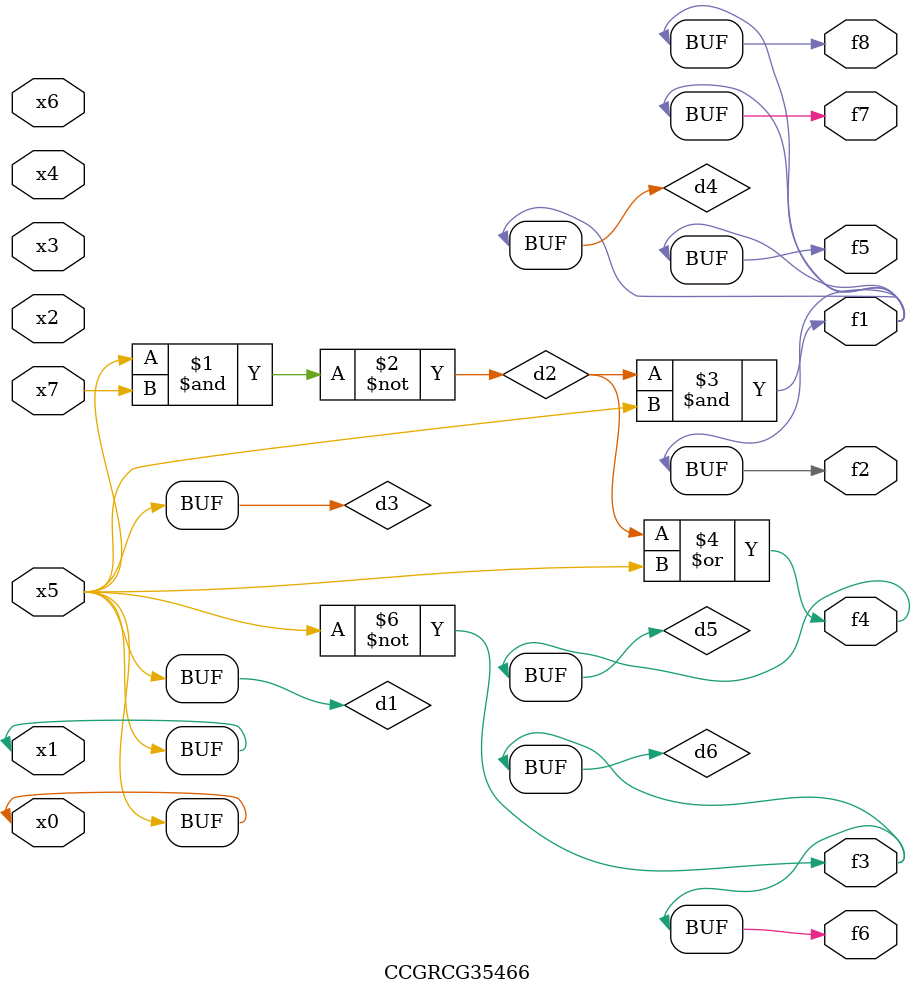
<source format=v>
module CCGRCG35466(
	input x0, x1, x2, x3, x4, x5, x6, x7,
	output f1, f2, f3, f4, f5, f6, f7, f8
);

	wire d1, d2, d3, d4, d5, d6;

	buf (d1, x0, x5);
	nand (d2, x5, x7);
	buf (d3, x0, x1);
	and (d4, d2, d3);
	or (d5, d2, d3);
	nor (d6, d1, d3);
	assign f1 = d4;
	assign f2 = d4;
	assign f3 = d6;
	assign f4 = d5;
	assign f5 = d4;
	assign f6 = d6;
	assign f7 = d4;
	assign f8 = d4;
endmodule

</source>
